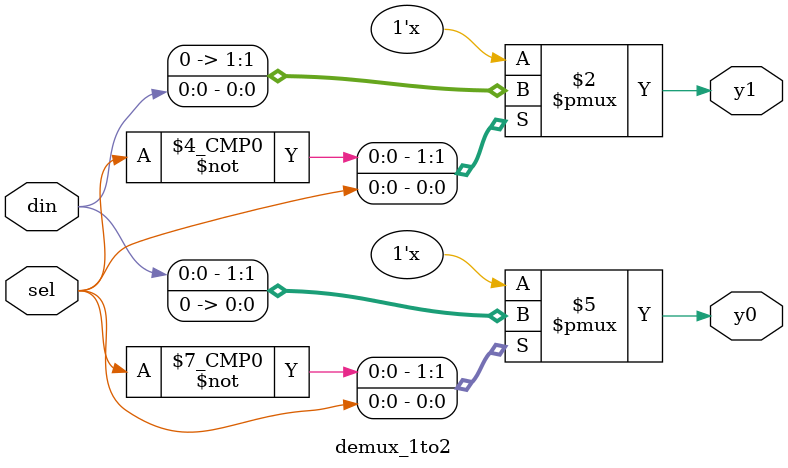
<source format=v>
module demux_1to2 (
    input din,
    input sel,
    output reg y0,
    output reg y1
);
    always @(*) begin
        case (sel)
            1'b0: begin
                y0 = din;
                y1 = 0;
            end
            1'b1: begin
                y0 = 0;
                y1 = din;
            end
        endcase
    end
endmodule

</source>
